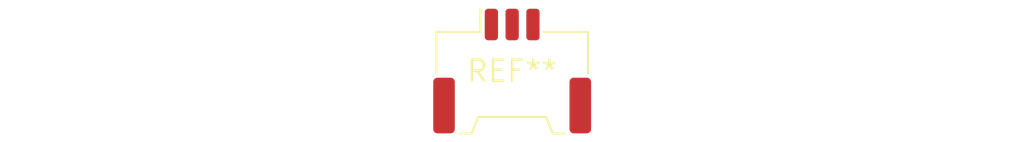
<source format=kicad_pcb>
(kicad_pcb (version 20240108) (generator pcbnew)
  (layers (0 "F.Cu" signal) (31 "B.Cu" signal) (34 "B.Paste" user) (35 "F.Paste" user) (36 "B.SilkS" user "B.Silkscreen") (37 "F.SilkS" user "F.Silkscreen") (38 "B.Mask" user) (39 "F.Mask" user) (44 "Edge.Cuts" user))
  (net 0 "")
  (footprint "Molex_Panelmate_53780-0370_1x03-1MP_P1.25mm_Horizontal" (layer "F.Cu") (at 0 0)
    (property "Reference" "REF**")
    (property "Value" "Molex_Panelmate_53780-0370_1x03-1MP_P1.25mm_Horizontal")
    (fp_line (start -4.56 -2.36) (end -1.91 -2.36) (layer "F.SilkS") (stroke (width 0.12)))
    (fp_line (start -4.56 0.14) (end -4.56 -2.36) (layer "F.SilkS") (stroke (width 0.12)))
    (fp_line (start -3.19 3.76) (end -2.44 3.76) (layer "F.SilkS") (stroke (width 0.12)))
    (fp_line (start -2.44 3.76) (end -2.04 2.76) (layer "F.SilkS") (stroke (width 0.12)))
    (fp_line (start -2.04 2.76) (end 2.04 2.76) (layer "F.SilkS") (stroke (width 0.12)))
    (fp_line (start -1.91 -2.36) (end -1.91 -3.75) (layer "F.SilkS") (stroke (width 0.12)))
    (fp_line (start 2.04 2.76) (end 2.44 3.76) (layer "F.SilkS") (stroke (width 0.12)))
    (fp_line (start 2.44 3.76) (end 3.19 3.76) (layer "F.SilkS") (stroke (width 0.12)))
    (fp_line (start 4.56 -2.36) (end 1.91 -2.36) (layer "F.SilkS") (stroke (width 0.12)))
    (fp_line (start 4.56 0.14) (end 4.56 -2.36) (layer "F.SilkS") (stroke (width 0.12)))
    (pad "1" smd roundrect (at -1.25 -2.8) (size 0.8 1.9) (layers "F.Cu" "F.Paste" "F.Mask"))
    (pad "2" smd roundrect (at 0 -2.8) (size 0.8 1.9) (layers "F.Cu" "F.Paste" "F.Mask"))
    (pad "3" smd roundrect (at 1.25 -2.8) (size 0.8 1.9) (layers "F.Cu" "F.Paste" "F.Mask"))
    (pad "MP" smd roundrect (at -4.1 2.075) (size 1.3 3.35) (layers "F.Cu" "F.Paste" "F.Mask") (roundrect_rratio 0.192308))
    (pad "MP" smd roundrect (at 4.1 2.075) (size 1.3 3.35) (layers "F.Cu" "F.Paste" "F.Mask") (roundrect_rratio 0.192308))
  )
)
</source>
